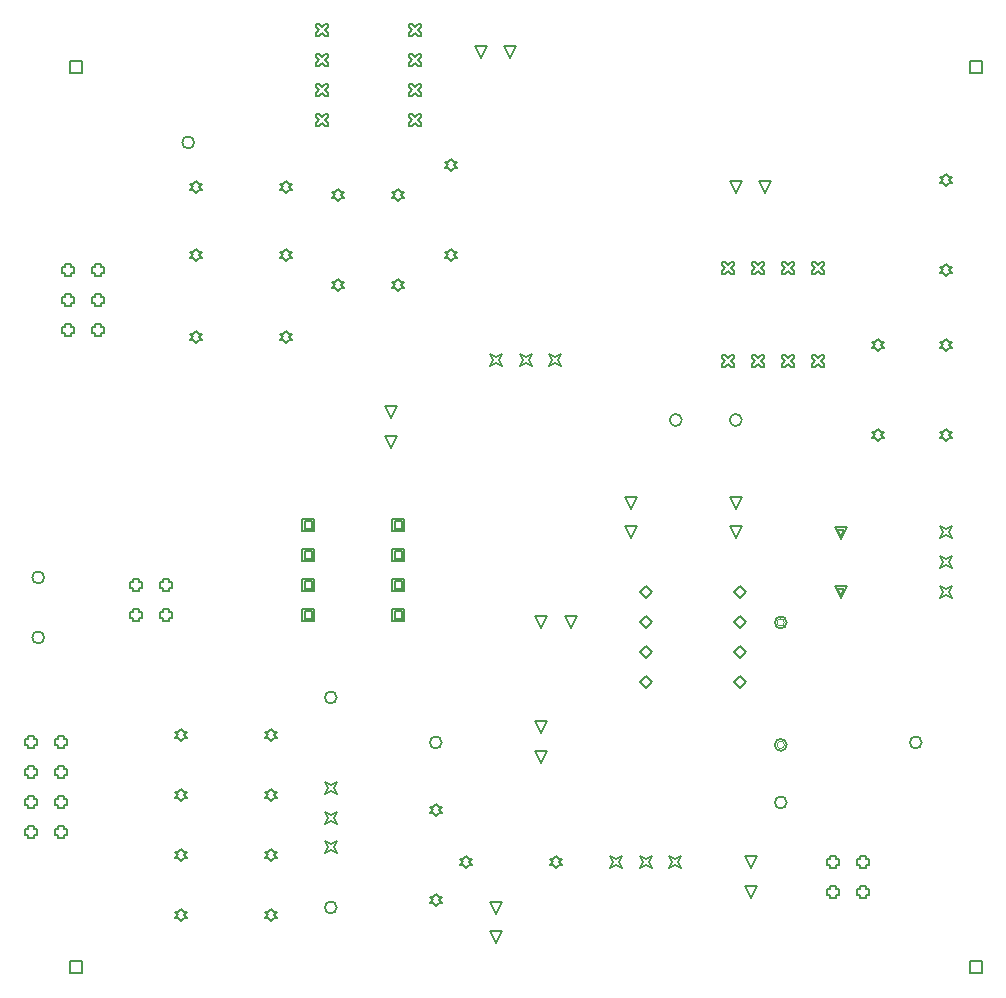
<source format=gbr>
G04 Layer_Color=2752767*
%FSLAX23Y23*%
%MOIN*%
%TF.FileFunction,Drawing*%
%TF.Part,Single*%
G01*
G75*
%TA.AperFunction,NonConductor*%
%ADD58C,0.005*%
%ADD95C,0.007*%
%ADD96C,0.004*%
D58*
X1230Y1230D02*
Y1270D01*
X1270D01*
Y1230D01*
X1230D01*
X4230D02*
Y1270D01*
X4270D01*
Y1230D01*
X4230D01*
Y4230D02*
Y4270D01*
X4270D01*
Y4230D01*
X4230D01*
X1230D02*
Y4270D01*
X1270D01*
Y4230D01*
X1230D01*
X3451Y3830D02*
X3431Y3870D01*
X3471D01*
X3451Y3830D01*
X3549D02*
X3529Y3870D01*
X3569D01*
X3549Y3830D01*
X3500Y1580D02*
X3480Y1620D01*
X3520D01*
X3500Y1580D01*
Y1482D02*
X3480Y1522D01*
X3520D01*
X3500Y1482D01*
X2650Y1429D02*
X2630Y1469D01*
X2670D01*
X2650Y1429D01*
Y1331D02*
X2630Y1371D01*
X2670D01*
X2650Y1331D01*
X2450Y1755D02*
X2460Y1765D01*
X2470D01*
X2460Y1775D01*
X2470Y1785D01*
X2460D01*
X2450Y1795D01*
X2440Y1785D01*
X2430D01*
X2440Y1775D01*
X2430Y1765D01*
X2440D01*
X2450Y1755D01*
Y1455D02*
X2460Y1465D01*
X2470D01*
X2460Y1475D01*
X2470Y1485D01*
X2460D01*
X2450Y1495D01*
X2440Y1485D01*
X2430D01*
X2440Y1475D01*
X2430Y1465D01*
X2440D01*
X2450Y1455D01*
X1900Y2005D02*
X1910Y2015D01*
X1920D01*
X1910Y2025D01*
X1920Y2035D01*
X1910D01*
X1900Y2045D01*
X1890Y2035D01*
X1880D01*
X1890Y2025D01*
X1880Y2015D01*
X1890D01*
X1900Y2005D01*
X1600D02*
X1610Y2015D01*
X1620D01*
X1610Y2025D01*
X1620Y2035D01*
X1610D01*
X1600Y2045D01*
X1590Y2035D01*
X1580D01*
X1590Y2025D01*
X1580Y2015D01*
X1590D01*
X1600Y2005D01*
X1900Y1805D02*
X1910Y1815D01*
X1920D01*
X1910Y1825D01*
X1920Y1835D01*
X1910D01*
X1900Y1845D01*
X1890Y1835D01*
X1880D01*
X1890Y1825D01*
X1880Y1815D01*
X1890D01*
X1900Y1805D01*
X1600D02*
X1610Y1815D01*
X1620D01*
X1610Y1825D01*
X1620Y1835D01*
X1610D01*
X1600Y1845D01*
X1590Y1835D01*
X1580D01*
X1590Y1825D01*
X1580Y1815D01*
X1590D01*
X1600Y1805D01*
X1900Y1605D02*
X1910Y1615D01*
X1920D01*
X1910Y1625D01*
X1920Y1635D01*
X1910D01*
X1900Y1645D01*
X1890Y1635D01*
X1880D01*
X1890Y1625D01*
X1880Y1615D01*
X1890D01*
X1900Y1605D01*
X1600D02*
X1610Y1615D01*
X1620D01*
X1610Y1625D01*
X1620Y1635D01*
X1610D01*
X1600Y1645D01*
X1590Y1635D01*
X1580D01*
X1590Y1625D01*
X1580Y1615D01*
X1590D01*
X1600Y1605D01*
X1900Y1405D02*
X1910Y1415D01*
X1920D01*
X1910Y1425D01*
X1920Y1435D01*
X1910D01*
X1900Y1445D01*
X1890Y1435D01*
X1880D01*
X1890Y1425D01*
X1880Y1415D01*
X1890D01*
X1900Y1405D01*
X1600D02*
X1610Y1415D01*
X1620D01*
X1610Y1425D01*
X1620Y1435D01*
X1610D01*
X1600Y1445D01*
X1590Y1435D01*
X1580D01*
X1590Y1425D01*
X1580Y1415D01*
X1590D01*
X1600Y1405D01*
X4130Y2680D02*
X4140Y2700D01*
X4130Y2720D01*
X4150Y2710D01*
X4170Y2720D01*
X4160Y2700D01*
X4170Y2680D01*
X4150Y2690D01*
X4130Y2680D01*
Y2582D02*
X4140Y2602D01*
X4130Y2622D01*
X4150Y2612D01*
X4170Y2622D01*
X4160Y2602D01*
X4170Y2582D01*
X4150Y2592D01*
X4130Y2582D01*
Y2483D02*
X4140Y2503D01*
X4130Y2523D01*
X4150Y2513D01*
X4170Y2523D01*
X4160Y2503D01*
X4170Y2483D01*
X4150Y2493D01*
X4130Y2483D01*
X3925Y3305D02*
X3935Y3315D01*
X3945D01*
X3935Y3325D01*
X3945Y3335D01*
X3935D01*
X3925Y3345D01*
X3915Y3335D01*
X3905D01*
X3915Y3325D01*
X3905Y3315D01*
X3915D01*
X3925Y3305D01*
Y3005D02*
X3935Y3015D01*
X3945D01*
X3935Y3025D01*
X3945Y3035D01*
X3935D01*
X3925Y3045D01*
X3915Y3035D01*
X3905D01*
X3915Y3025D01*
X3905Y3015D01*
X3915D01*
X3925Y3005D01*
X4150D02*
X4160Y3015D01*
X4170D01*
X4160Y3025D01*
X4170Y3035D01*
X4160D01*
X4150Y3045D01*
X4140Y3035D01*
X4130D01*
X4140Y3025D01*
X4130Y3015D01*
X4140D01*
X4150Y3005D01*
Y3305D02*
X4160Y3315D01*
X4170D01*
X4160Y3325D01*
X4170Y3335D01*
X4160D01*
X4150Y3345D01*
X4140Y3335D01*
X4130D01*
X4140Y3325D01*
X4130Y3315D01*
X4140D01*
X4150Y3305D01*
Y3855D02*
X4160Y3865D01*
X4170D01*
X4160Y3875D01*
X4170Y3885D01*
X4160D01*
X4150Y3895D01*
X4140Y3885D01*
X4130D01*
X4140Y3875D01*
X4130Y3865D01*
X4140D01*
X4150Y3855D01*
Y3555D02*
X4160Y3565D01*
X4170D01*
X4160Y3575D01*
X4170Y3585D01*
X4160D01*
X4150Y3595D01*
X4140Y3585D01*
X4130D01*
X4140Y3575D01*
X4130Y3565D01*
X4140D01*
X4150Y3555D01*
X3865Y1490D02*
Y1480D01*
X3885D01*
Y1490D01*
X3895D01*
Y1510D01*
X3885D01*
Y1520D01*
X3865D01*
Y1510D01*
X3855D01*
Y1490D01*
X3865D01*
X3765D02*
Y1480D01*
X3785D01*
Y1490D01*
X3795D01*
Y1510D01*
X3785D01*
Y1520D01*
X3765D01*
Y1510D01*
X3755D01*
Y1490D01*
X3765D01*
X3865Y1590D02*
Y1580D01*
X3885D01*
Y1590D01*
X3895D01*
Y1610D01*
X3885D01*
Y1620D01*
X3865D01*
Y1610D01*
X3855D01*
Y1590D01*
X3865D01*
X3765D02*
Y1580D01*
X3785D01*
Y1590D01*
X3795D01*
Y1610D01*
X3785D01*
Y1620D01*
X3765D01*
Y1610D01*
X3755D01*
Y1590D01*
X3765D01*
X2632Y3255D02*
X2642Y3275D01*
X2632Y3295D01*
X2652Y3285D01*
X2672Y3295D01*
X2662Y3275D01*
X2672Y3255D01*
X2652Y3265D01*
X2632Y3255D01*
X2730D02*
X2740Y3275D01*
X2730Y3295D01*
X2750Y3285D01*
X2770Y3295D01*
X2760Y3275D01*
X2770Y3255D01*
X2750Y3265D01*
X2730Y3255D01*
X2828D02*
X2838Y3275D01*
X2828Y3295D01*
X2848Y3285D01*
X2868Y3295D01*
X2858Y3275D01*
X2868Y3255D01*
X2848Y3265D01*
X2828Y3255D01*
X3228Y1580D02*
X3238Y1600D01*
X3228Y1620D01*
X3248Y1610D01*
X3268Y1620D01*
X3258Y1600D01*
X3268Y1580D01*
X3248Y1590D01*
X3228Y1580D01*
X3130D02*
X3140Y1600D01*
X3130Y1620D01*
X3150Y1610D01*
X3170Y1620D01*
X3160Y1600D01*
X3170Y1580D01*
X3150Y1590D01*
X3130Y1580D01*
X3032D02*
X3042Y1600D01*
X3032Y1620D01*
X3052Y1610D01*
X3072Y1620D01*
X3062Y1600D01*
X3072Y1580D01*
X3052Y1590D01*
X3032Y1580D01*
X2325Y3805D02*
X2335Y3815D01*
X2345D01*
X2335Y3825D01*
X2345Y3835D01*
X2335D01*
X2325Y3845D01*
X2315Y3835D01*
X2305D01*
X2315Y3825D01*
X2305Y3815D01*
X2315D01*
X2325Y3805D01*
Y3505D02*
X2335Y3515D01*
X2345D01*
X2335Y3525D01*
X2345Y3535D01*
X2335D01*
X2325Y3545D01*
X2315Y3535D01*
X2305D01*
X2315Y3525D01*
X2305Y3515D01*
X2315D01*
X2325Y3505D01*
X1650Y3330D02*
X1660Y3340D01*
X1670D01*
X1660Y3350D01*
X1670Y3360D01*
X1660D01*
X1650Y3370D01*
X1640Y3360D01*
X1630D01*
X1640Y3350D01*
X1630Y3340D01*
X1640D01*
X1650Y3330D01*
X1950D02*
X1960Y3340D01*
X1970D01*
X1960Y3350D01*
X1970Y3360D01*
X1960D01*
X1950Y3370D01*
X1940Y3360D01*
X1930D01*
X1940Y3350D01*
X1930Y3340D01*
X1940D01*
X1950Y3330D01*
X2125Y3805D02*
X2135Y3815D01*
X2145D01*
X2135Y3825D01*
X2145Y3835D01*
X2135D01*
X2125Y3845D01*
X2115Y3835D01*
X2105D01*
X2115Y3825D01*
X2105Y3815D01*
X2115D01*
X2125Y3805D01*
Y3505D02*
X2135Y3515D01*
X2145D01*
X2135Y3525D01*
X2145Y3535D01*
X2135D01*
X2125Y3545D01*
X2115Y3535D01*
X2105D01*
X2115Y3525D01*
X2105Y3515D01*
X2115D01*
X2125Y3505D01*
X1650Y3830D02*
X1660Y3840D01*
X1670D01*
X1660Y3850D01*
X1670Y3860D01*
X1660D01*
X1650Y3870D01*
X1640Y3860D01*
X1630D01*
X1640Y3850D01*
X1630Y3840D01*
X1640D01*
X1650Y3830D01*
X1950D02*
X1960Y3840D01*
X1970D01*
X1960Y3850D01*
X1970Y3860D01*
X1960D01*
X1950Y3870D01*
X1940Y3860D01*
X1930D01*
X1940Y3850D01*
X1930Y3840D01*
X1940D01*
X1950Y3830D01*
X2500Y3905D02*
X2510Y3915D01*
X2520D01*
X2510Y3925D01*
X2520Y3935D01*
X2510D01*
X2500Y3945D01*
X2490Y3935D01*
X2480D01*
X2490Y3925D01*
X2480Y3915D01*
X2490D01*
X2500Y3905D01*
Y3605D02*
X2510Y3615D01*
X2520D01*
X2510Y3625D01*
X2520Y3635D01*
X2510D01*
X2500Y3645D01*
X2490Y3635D01*
X2480D01*
X2490Y3625D01*
X2480Y3615D01*
X2490D01*
X2500Y3605D01*
X1650D02*
X1660Y3615D01*
X1670D01*
X1660Y3625D01*
X1670Y3635D01*
X1660D01*
X1650Y3645D01*
X1640Y3635D01*
X1630D01*
X1640Y3625D01*
X1630Y3615D01*
X1640D01*
X1650Y3605D01*
X1950D02*
X1960Y3615D01*
X1970D01*
X1960Y3625D01*
X1970Y3635D01*
X1960D01*
X1950Y3645D01*
X1940Y3635D01*
X1930D01*
X1940Y3625D01*
X1930Y3615D01*
X1940D01*
X1950Y3605D01*
X2050Y4155D02*
X2060D01*
X2070Y4165D01*
X2080Y4155D01*
X2090D01*
Y4165D01*
X2080Y4175D01*
X2090Y4185D01*
Y4195D01*
X2080D01*
X2070Y4185D01*
X2060Y4195D01*
X2050D01*
Y4185D01*
X2060Y4175D01*
X2050Y4165D01*
Y4155D01*
Y4255D02*
X2060D01*
X2070Y4265D01*
X2080Y4255D01*
X2090D01*
Y4265D01*
X2080Y4275D01*
X2090Y4285D01*
Y4295D01*
X2080D01*
X2070Y4285D01*
X2060Y4295D01*
X2050D01*
Y4285D01*
X2060Y4275D01*
X2050Y4265D01*
Y4255D01*
Y4055D02*
X2060D01*
X2070Y4065D01*
X2080Y4055D01*
X2090D01*
Y4065D01*
X2080Y4075D01*
X2090Y4085D01*
Y4095D01*
X2080D01*
X2070Y4085D01*
X2060Y4095D01*
X2050D01*
Y4085D01*
X2060Y4075D01*
X2050Y4065D01*
Y4055D01*
Y4355D02*
X2060D01*
X2070Y4365D01*
X2080Y4355D01*
X2090D01*
Y4365D01*
X2080Y4375D01*
X2090Y4385D01*
Y4395D01*
X2080D01*
X2070Y4385D01*
X2060Y4395D01*
X2050D01*
Y4385D01*
X2060Y4375D01*
X2050Y4365D01*
Y4355D01*
X2360Y4055D02*
X2370D01*
X2380Y4065D01*
X2390Y4055D01*
X2400D01*
Y4065D01*
X2390Y4075D01*
X2400Y4085D01*
Y4095D01*
X2390D01*
X2380Y4085D01*
X2370Y4095D01*
X2360D01*
Y4085D01*
X2370Y4075D01*
X2360Y4065D01*
Y4055D01*
Y4355D02*
X2370D01*
X2380Y4365D01*
X2390Y4355D01*
X2400D01*
Y4365D01*
X2390Y4375D01*
X2400Y4385D01*
Y4395D01*
X2390D01*
X2380Y4385D01*
X2370Y4395D01*
X2360D01*
Y4385D01*
X2370Y4375D01*
X2360Y4365D01*
Y4355D01*
Y4155D02*
X2370D01*
X2380Y4165D01*
X2390Y4155D01*
X2400D01*
Y4165D01*
X2390Y4175D01*
X2400Y4185D01*
Y4195D01*
X2390D01*
X2380Y4185D01*
X2370Y4195D01*
X2360D01*
Y4185D01*
X2370Y4175D01*
X2360Y4165D01*
Y4155D01*
Y4255D02*
X2370D01*
X2380Y4265D01*
X2390Y4255D01*
X2400D01*
Y4265D01*
X2390Y4275D01*
X2400Y4285D01*
Y4295D01*
X2390D01*
X2380Y4285D01*
X2370Y4295D01*
X2360D01*
Y4285D01*
X2370Y4275D01*
X2360Y4265D01*
Y4255D01*
X2601Y4280D02*
X2581Y4320D01*
X2621D01*
X2601Y4280D01*
X2699D02*
X2679Y4320D01*
X2719D01*
X2699Y4280D01*
X2550Y1580D02*
X2560Y1590D01*
X2570D01*
X2560Y1600D01*
X2570Y1610D01*
X2560D01*
X2550Y1620D01*
X2540Y1610D01*
X2530D01*
X2540Y1600D01*
X2530Y1590D01*
X2540D01*
X2550Y1580D01*
X2850D02*
X2860Y1590D01*
X2870D01*
X2860Y1600D01*
X2870Y1610D01*
X2860D01*
X2850Y1620D01*
X2840Y1610D01*
X2830D01*
X2840Y1600D01*
X2830Y1590D01*
X2840D01*
X2850Y1580D01*
X2300Y2982D02*
X2280Y3022D01*
X2320D01*
X2300Y2982D01*
Y3080D02*
X2280Y3120D01*
X2320D01*
X2300Y3080D01*
X3505Y3560D02*
X3515D01*
X3525Y3570D01*
X3535Y3560D01*
X3545D01*
Y3570D01*
X3535Y3580D01*
X3545Y3590D01*
Y3600D01*
X3535D01*
X3525Y3590D01*
X3515Y3600D01*
X3505D01*
Y3590D01*
X3515Y3580D01*
X3505Y3570D01*
Y3560D01*
X3605D02*
X3615D01*
X3625Y3570D01*
X3635Y3560D01*
X3645D01*
Y3570D01*
X3635Y3580D01*
X3645Y3590D01*
Y3600D01*
X3635D01*
X3625Y3590D01*
X3615Y3600D01*
X3605D01*
Y3590D01*
X3615Y3580D01*
X3605Y3570D01*
Y3560D01*
X3405D02*
X3415D01*
X3425Y3570D01*
X3435Y3560D01*
X3445D01*
Y3570D01*
X3435Y3580D01*
X3445Y3590D01*
Y3600D01*
X3435D01*
X3425Y3590D01*
X3415Y3600D01*
X3405D01*
Y3590D01*
X3415Y3580D01*
X3405Y3570D01*
Y3560D01*
X3705D02*
X3715D01*
X3725Y3570D01*
X3735Y3560D01*
X3745D01*
Y3570D01*
X3735Y3580D01*
X3745Y3590D01*
Y3600D01*
X3735D01*
X3725Y3590D01*
X3715Y3600D01*
X3705D01*
Y3590D01*
X3715Y3580D01*
X3705Y3570D01*
Y3560D01*
X3405Y3250D02*
X3415D01*
X3425Y3260D01*
X3435Y3250D01*
X3445D01*
Y3260D01*
X3435Y3270D01*
X3445Y3280D01*
Y3290D01*
X3435D01*
X3425Y3280D01*
X3415Y3290D01*
X3405D01*
Y3280D01*
X3415Y3270D01*
X3405Y3260D01*
Y3250D01*
X3705D02*
X3715D01*
X3725Y3260D01*
X3735Y3250D01*
X3745D01*
Y3260D01*
X3735Y3270D01*
X3745Y3280D01*
Y3290D01*
X3735D01*
X3725Y3280D01*
X3715Y3290D01*
X3705D01*
Y3280D01*
X3715Y3270D01*
X3705Y3260D01*
Y3250D01*
X3505D02*
X3515D01*
X3525Y3260D01*
X3535Y3250D01*
X3545D01*
Y3260D01*
X3535Y3270D01*
X3545Y3280D01*
Y3290D01*
X3535D01*
X3525Y3280D01*
X3515Y3290D01*
X3505D01*
Y3280D01*
X3515Y3270D01*
X3505Y3260D01*
Y3250D01*
X3605D02*
X3615D01*
X3625Y3260D01*
X3635Y3250D01*
X3645D01*
Y3260D01*
X3635Y3270D01*
X3645Y3280D01*
Y3290D01*
X3635D01*
X3625Y3280D01*
X3615Y3290D01*
X3605D01*
Y3280D01*
X3615Y3270D01*
X3605Y3260D01*
Y3250D01*
X1540Y2415D02*
Y2405D01*
X1560D01*
Y2415D01*
X1570D01*
Y2435D01*
X1560D01*
Y2445D01*
X1540D01*
Y2435D01*
X1530D01*
Y2415D01*
X1540D01*
X1440D02*
Y2405D01*
X1460D01*
Y2415D01*
X1470D01*
Y2435D01*
X1460D01*
Y2445D01*
X1440D01*
Y2435D01*
X1430D01*
Y2415D01*
X1440D01*
X1540Y2515D02*
Y2505D01*
X1560D01*
Y2515D01*
X1570D01*
Y2535D01*
X1560D01*
Y2545D01*
X1540D01*
Y2535D01*
X1530D01*
Y2515D01*
X1540D01*
X1440D02*
Y2505D01*
X1460D01*
Y2515D01*
X1470D01*
Y2535D01*
X1460D01*
Y2545D01*
X1440D01*
Y2535D01*
X1430D01*
Y2515D01*
X1440D01*
X1090Y1990D02*
Y1980D01*
X1110D01*
Y1990D01*
X1120D01*
Y2010D01*
X1110D01*
Y2020D01*
X1090D01*
Y2010D01*
X1080D01*
Y1990D01*
X1090D01*
X1190D02*
Y1980D01*
X1210D01*
Y1990D01*
X1220D01*
Y2010D01*
X1210D01*
Y2020D01*
X1190D01*
Y2010D01*
X1180D01*
Y1990D01*
X1190D01*
X1090Y1890D02*
Y1880D01*
X1110D01*
Y1890D01*
X1120D01*
Y1910D01*
X1110D01*
Y1920D01*
X1090D01*
Y1910D01*
X1080D01*
Y1890D01*
X1090D01*
X1190D02*
Y1880D01*
X1210D01*
Y1890D01*
X1220D01*
Y1910D01*
X1210D01*
Y1920D01*
X1190D01*
Y1910D01*
X1180D01*
Y1890D01*
X1190D01*
X1090Y1790D02*
Y1780D01*
X1110D01*
Y1790D01*
X1120D01*
Y1810D01*
X1110D01*
Y1820D01*
X1090D01*
Y1810D01*
X1080D01*
Y1790D01*
X1090D01*
X1190D02*
Y1780D01*
X1210D01*
Y1790D01*
X1220D01*
Y1810D01*
X1210D01*
Y1820D01*
X1190D01*
Y1810D01*
X1180D01*
Y1790D01*
X1190D01*
X1090Y1690D02*
Y1680D01*
X1110D01*
Y1690D01*
X1120D01*
Y1710D01*
X1110D01*
Y1720D01*
X1090D01*
Y1710D01*
X1080D01*
Y1690D01*
X1090D01*
X1190D02*
Y1680D01*
X1210D01*
Y1690D01*
X1220D01*
Y1710D01*
X1210D01*
Y1720D01*
X1190D01*
Y1710D01*
X1180D01*
Y1690D01*
X1190D01*
X1215Y3565D02*
Y3555D01*
X1235D01*
Y3565D01*
X1245D01*
Y3585D01*
X1235D01*
Y3595D01*
X1215D01*
Y3585D01*
X1205D01*
Y3565D01*
X1215D01*
X1315D02*
Y3555D01*
X1335D01*
Y3565D01*
X1345D01*
Y3585D01*
X1335D01*
Y3595D01*
X1315D01*
Y3585D01*
X1305D01*
Y3565D01*
X1315D01*
X1215Y3465D02*
Y3455D01*
X1235D01*
Y3465D01*
X1245D01*
Y3485D01*
X1235D01*
Y3495D01*
X1215D01*
Y3485D01*
X1205D01*
Y3465D01*
X1215D01*
X1315D02*
Y3455D01*
X1335D01*
Y3465D01*
X1345D01*
Y3485D01*
X1335D01*
Y3495D01*
X1315D01*
Y3485D01*
X1305D01*
Y3465D01*
X1315D01*
X1215Y3365D02*
Y3355D01*
X1235D01*
Y3365D01*
X1245D01*
Y3385D01*
X1235D01*
Y3395D01*
X1215D01*
Y3385D01*
X1205D01*
Y3365D01*
X1215D01*
X1315D02*
Y3355D01*
X1335D01*
Y3365D01*
X1345D01*
Y3385D01*
X1335D01*
Y3395D01*
X1315D01*
Y3385D01*
X1305D01*
Y3365D01*
X1315D01*
X2080Y1630D02*
X2090Y1650D01*
X2080Y1670D01*
X2100Y1660D01*
X2120Y1670D01*
X2110Y1650D01*
X2120Y1630D01*
X2100Y1640D01*
X2080Y1630D01*
Y1728D02*
X2090Y1748D01*
X2080Y1768D01*
X2100Y1758D01*
X2120Y1768D01*
X2110Y1748D01*
X2120Y1728D01*
X2100Y1738D01*
X2080Y1728D01*
Y1827D02*
X2090Y1847D01*
X2080Y1867D01*
X2100Y1857D01*
X2120Y1867D01*
X2110Y1847D01*
X2120Y1827D01*
X2100Y1837D01*
X2080Y1827D01*
X2802Y2380D02*
X2782Y2420D01*
X2822D01*
X2802Y2380D01*
X2900D02*
X2880Y2420D01*
X2920D01*
X2900Y2380D01*
X3100Y2778D02*
X3080Y2818D01*
X3120D01*
X3100Y2778D01*
Y2680D02*
X3080Y2720D01*
X3120D01*
X3100Y2680D01*
X3450Y2778D02*
X3430Y2818D01*
X3470D01*
X3450Y2778D01*
Y2680D02*
X3430Y2720D01*
X3470D01*
X3450Y2680D01*
X2800Y1932D02*
X2780Y1972D01*
X2820D01*
X2800Y1932D01*
Y2030D02*
X2780Y2070D01*
X2820D01*
X2800Y2030D01*
X3443Y2500D02*
X3463Y2520D01*
X3483Y2500D01*
X3463Y2480D01*
X3443Y2500D01*
Y2400D02*
X3463Y2420D01*
X3483Y2400D01*
X3463Y2380D01*
X3443Y2400D01*
Y2300D02*
X3463Y2320D01*
X3483Y2300D01*
X3463Y2280D01*
X3443Y2300D01*
Y2200D02*
X3463Y2220D01*
X3483Y2200D01*
X3463Y2180D01*
X3443Y2200D01*
X3130D02*
X3150Y2220D01*
X3170Y2200D01*
X3150Y2180D01*
X3130Y2200D01*
Y2300D02*
X3150Y2320D01*
X3170Y2300D01*
X3150Y2280D01*
X3130Y2300D01*
Y2400D02*
X3150Y2420D01*
X3170Y2400D01*
X3150Y2380D01*
X3130Y2400D01*
Y2500D02*
X3150Y2520D01*
X3170Y2500D01*
X3150Y2480D01*
X3130Y2500D01*
X2305Y2705D02*
Y2745D01*
X2345D01*
Y2705D01*
X2305D01*
X2313Y2713D02*
Y2737D01*
X2337D01*
Y2713D01*
X2313D01*
X2305Y2605D02*
Y2645D01*
X2345D01*
Y2605D01*
X2305D01*
X2313Y2613D02*
Y2637D01*
X2337D01*
Y2613D01*
X2313D01*
X2305Y2505D02*
Y2545D01*
X2345D01*
Y2505D01*
X2305D01*
X2313Y2513D02*
Y2537D01*
X2337D01*
Y2513D01*
X2313D01*
X2305Y2405D02*
Y2445D01*
X2345D01*
Y2405D01*
X2305D01*
X2313Y2413D02*
Y2437D01*
X2337D01*
Y2413D01*
X2313D01*
X2005Y2405D02*
Y2445D01*
X2045D01*
Y2405D01*
X2005D01*
X2013Y2413D02*
Y2437D01*
X2037D01*
Y2413D01*
X2013D01*
X2005Y2505D02*
Y2545D01*
X2045D01*
Y2505D01*
X2005D01*
X2013Y2513D02*
Y2537D01*
X2037D01*
Y2513D01*
X2013D01*
X2005Y2605D02*
Y2645D01*
X2045D01*
Y2605D01*
X2005D01*
X2013Y2613D02*
Y2637D01*
X2037D01*
Y2613D01*
X2013D01*
X2005Y2705D02*
Y2745D01*
X2045D01*
Y2705D01*
X2005D01*
X2013Y2713D02*
Y2737D01*
X2037D01*
Y2713D01*
X2013D01*
X3800Y2480D02*
X3780Y2520D01*
X3820D01*
X3800Y2480D01*
Y2488D02*
X3788Y2512D01*
X3812D01*
X3800Y2488D01*
Y2677D02*
X3780Y2717D01*
X3820D01*
X3800Y2677D01*
Y2685D02*
X3788Y2709D01*
X3812D01*
X3800Y2685D01*
D95*
X1645Y4000D02*
G03*
X1645Y4000I-20J0D01*
G01*
X3470Y3075D02*
G03*
X3470Y3075I-20J0D01*
G01*
X3270D02*
G03*
X3270Y3075I-20J0D01*
G01*
X3620Y1800D02*
G03*
X3620Y1800I-20J0D01*
G01*
X4070Y2000D02*
G03*
X4070Y2000I-20J0D01*
G01*
X1145Y2350D02*
G03*
X1145Y2350I-20J0D01*
G01*
Y2550D02*
G03*
X1145Y2550I-20J0D01*
G01*
X2120Y2150D02*
G03*
X2120Y2150I-20J0D01*
G01*
Y1450D02*
G03*
X2120Y1450I-20J0D01*
G01*
X2470Y2000D02*
G03*
X2470Y2000I-20J0D01*
G01*
X3620Y1992D02*
G03*
X3620Y1992I-20J0D01*
G01*
Y2400D02*
G03*
X3620Y2400I-20J0D01*
G01*
D96*
X3612Y1992D02*
G03*
X3612Y1992I-12J0D01*
G01*
Y2400D02*
G03*
X3612Y2400I-12J0D01*
G01*
%TF.MD5,eec14b13785534857b8e34dbaa5dc9c4*%
M02*

</source>
